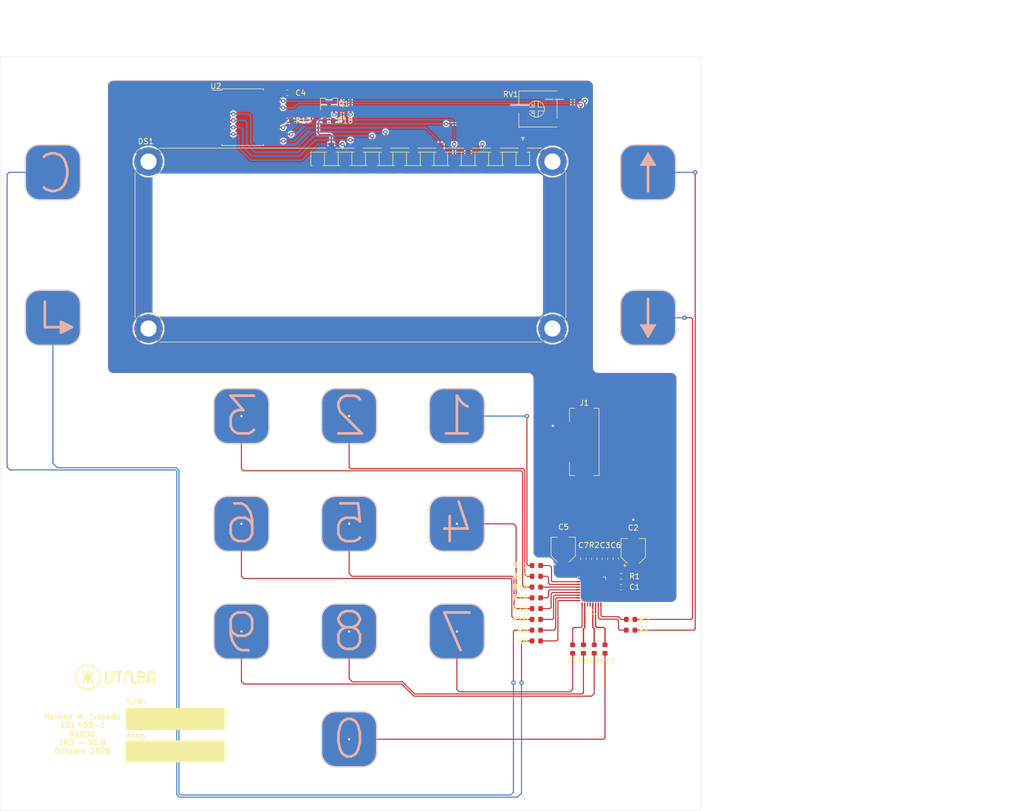
<source format=kicad_pcb>
(kicad_pcb (version 20171130) (host pcbnew 5.1.5-52549c5~86~ubuntu18.04.1)
  (title_block (title "HMI con STM32 - Panel Frontal") (date 2020-10-16) (rev v1.0) (company "Sistemas de Representacion UTN-FRBA") (comment 1 "DOCENTES: Fernando Aló / Francisco Dominguez / Lucas Liaño") (comment 2 "CURSO: R1031") (comment 3 "ALUMNO: Hernan Matias Travado"))
  (layers (0 F.Cu signal) (31 B.Cu signal) (34 B.Paste user) (35 F.Paste user) (36 B.SilkS user) (37 F.SilkS user) (38 B.Mask user) (39 F.Mask user) (44 Edge.Cuts user))
  (net 0 "")
  (net 1 GND)
  (net 2 "Net-(C1-Pad1)")
  (net 3 +5V)
  (net 4 "Net-(C5-Pad1)")
  (net 5 /LCD_DB7)
  (net 6 /LCD_DB5)
  (net 7 /LCD_E)
  (net 8 /LCD_RS)
  (net 9 /LCD_DB6)
  (net 10 /LCD_DB4)
  (net 11 /LCD_RW)
  (net 12 /LCD_VO)
  (net 13 /LCD_LEDA)
  (net 14 /I2C_SCL)
  (net 15 /I2C_SDA)
  (net 16 "Net-(R2-Pad1)")
  (net 17 /TECLA_0)
  (net 18 /TECLA_1)
  (net 19 /TECLA_2)
  (net 20 /TECLA_3)
  (net 21 /TECLA_4)
  (net 22 /TECLA_5)
  (net 23 /TECLA_6)
  (net 24 /TECLA_7)
  (net 25 /TECLA_8)
  (net 26 /TECLA_9)
  (net 27 /TECLA_UP)
  (net 28 /TECLA_DOWN)
  (net 29 /TECLA_ENTER)
  (net 30 /TECLA_CANCEL)
  (net 31 "Net-(U1-Pad28)")
  (net 32 "Net-(U1-Pad27)")
  (net 33 "Net-(U1-Pad15)")
  (net 34 "Net-(U1-Pad14)")
  (net 35 "Net-(U1-Pad7)")
  (net 36 "Net-(U1-Pad6)")
  (net 37 "Net-(U1-Pad5)")
  (net 38 "Net-(U1-Pad3)")
  (net 39 "Net-(U2-Pad13)")
  (net 40 "Net-(DS1-Pad10)")
  (net 41 "Net-(DS1-Pad9)")
  (net 42 "Net-(Q1-Pad3)")
  (net 43 "Net-(Q1-Pad1)")
  (net 44 /SENSOR_0)
  (net 45 /SENSOR_1)
  (net 46 /SENSOR_2)
  (net 47 /SENSOR_3)
  (net 48 /SENSOR_4)
  (net 49 /SENSOR_5)
  (net 50 /SENSOR_6)
  (net 51 /SENSOR_7)
  (net 52 /SENSOR_8)
  (net 53 /SENSOR_9)
  (net 54 /SENSOR_UP)
  (net 55 /SENSOR_DOWN)
  (net 56 /SENSOR_ENTER)
  (net 57 /SENSOR_CANCEL)
  (net 58 /LCD_BL)
  (net 59 "Net-(DS1-Pad8)")
  (net 60 "Net-(DS1-Pad7)")
  (module Package_DFN_QFN:QFN-32-1EP_5x5mm_P0.5mm_EP3.65x3.65mm (layer F.Cu) (at 209 158.5 180)
    (fp_text reference U1 (at 0 -3.8) (layer F.SilkS))
    (fp_text value IQS316)
    (pad 32 smd roundrect (at -1.75 -2.475 180) (size 0.25 0.75) (layers F.Cu F.Paste F.Mask) (net 28 /TECLA_DOWN))
    (pad 31 smd roundrect (at -1.25 -2.475 180) (size 0.25 0.75) (layers F.Cu F.Paste F.Mask) (net 27 /TECLA_UP))
    (pad 30 smd roundrect (at -0.75 -2.475 180) (size 0.25 0.75) (layers F.Cu F.Paste F.Mask) (net 17 /TECLA_0))
    (pad 29 smd roundrect (at -0.25 -2.475 180) (size 0.25 0.75) (layers F.Cu F.Paste F.Mask) (net 26 /TECLA_9))
    (pad 28 smd roundrect (at 0.25 -2.475 180) (size 0.25 0.75) (layers F.Cu F.Paste F.Mask) (net 31 "Net-(U1-Pad28)"))
    (pad 27 smd roundrect (at 0.75 -2.475 180) (size 0.25 0.75) (layers F.Cu F.Paste F.Mask) (net 32 "Net-(U1-Pad27)"))
    (pad 26 smd roundrect (at 1.25 -2.475 180) (size 0.25 0.75) (layers F.Cu F.Paste F.Mask) (net 25 /TECLA_8))
    (pad 25 smd roundrect (at 1.75 -2.475 180) (size 0.25 0.75) (layers F.Cu F.Paste F.Mask) (net 24 /TECLA_7))
    (pad 24 smd roundrect (at 2.475 -1.75 180) (size 0.75 0.25) (layers F.Cu F.Paste F.Mask) (net 30 /TECLA_CANCEL))
    (pad 23 smd roundrect (at 2.475 -1.25 180) (size 0.75 0.25) (layers F.Cu F.Paste F.Mask) (net 29 /TECLA_ENTER))
    (pad 22 smd roundrect (at 2.475 -0.75 180) (size 0.75 0.25) (layers F.Cu F.Paste F.Mask) (net 23 /TECLA_6))
    (pad 21 smd roundrect (at 2.475 -0.25 180) (size 0.75 0.25) (layers F.Cu F.Paste F.Mask) (net 22 /TECLA_5))
    (pad 20 smd roundrect (at 2.475 0.25 180) (size 0.75 0.25) (layers F.Cu F.Paste F.Mask) (net 21 /TECLA_4))
    (pad 19 smd roundrect (at 2.475 0.75 180) (size 0.75 0.25) (layers F.Cu F.Paste F.Mask) (net 20 /TECLA_3))
    (pad 18 smd roundrect (at 2.475 1.25 180) (size 0.75 0.25) (layers F.Cu F.Paste F.Mask) (net 19 /TECLA_2))
    (pad 17 smd roundrect (at 2.475 1.75 180) (size 0.75 0.25) (layers F.Cu F.Paste F.Mask) (net 18 /TECLA_1))
    (pad 16 smd roundrect (at 1.75 2.475 180) (size 0.25 0.75) (layers F.Cu F.Paste F.Mask) (net 4 "Net-(C5-Pad1)"))
    (pad 15 smd roundrect (at 1.25 2.475 180) (size 0.25 0.75) (layers F.Cu F.Paste F.Mask) (net 33 "Net-(U1-Pad15)"))
    (pad 14 smd roundrect (at 0.75 2.475 180) (size 0.25 0.75) (layers F.Cu F.Paste F.Mask) (net 34 "Net-(U1-Pad14)"))
    (pad 13 smd roundrect (at 0.25 2.475 180) (size 0.25 0.75) (layers F.Cu F.Paste F.Mask) (net 1 GND))
    (pad 12 smd roundrect (at -0.25 2.475 180) (size 0.25 0.75) (layers F.Cu F.Paste F.Mask) (net 16 "Net-(R2-Pad1)"))
    (pad 11 smd roundrect (at -0.75 2.475 180) (size 0.25 0.75) (layers F.Cu F.Paste F.Mask) (net 1 GND))
    (pad 10 smd roundrect (at -1.25 2.475 180) (size 0.25 0.75) (layers F.Cu F.Paste F.Mask) (net 1 GND))
    (pad 9 smd roundrect (at -1.75 2.475 180) (size 0.25 0.75) (layers F.Cu F.Paste F.Mask) (net 3 +5V))
    (pad 8 smd roundrect (at -2.475 1.75 180) (size 0.75 0.25) (layers F.Cu F.Paste F.Mask) (net 2 "Net-(C1-Pad1)"))
    (pad 7 smd roundrect (at -2.475 1.25 180) (size 0.75 0.25) (layers F.Cu F.Paste F.Mask) (net 35 "Net-(U1-Pad7)"))
    (pad 6 smd roundrect (at -2.475 0.75 180) (size 0.75 0.25) (layers F.Cu F.Paste F.Mask) (net 36 "Net-(U1-Pad6)"))
    (pad 5 smd roundrect (at -2.475 0.25 180) (size 0.75 0.25) (layers F.Cu F.Paste F.Mask) (net 37 "Net-(U1-Pad5)"))
    (pad 4 smd roundrect (at -2.475 -0.25 180) (size 0.75 0.25) (layers F.Cu F.Paste F.Mask) (net 14 /I2C_SCL))
    (pad 3 smd roundrect (at -2.475 -0.75 180) (size 0.75 0.25) (layers F.Cu F.Paste F.Mask) (net 38 "Net-(U1-Pad3)"))
    (pad 2 smd roundrect (at -2.475 -1.25 180) (size 0.75 0.25) (layers F.Cu F.Paste F.Mask) (net 15 /I2C_SDA))
    (pad 1 smd roundrect (at -2.475 -1.75 180) (size 0.75 0.25) (layers F.Cu F.Paste F.Mask) (net 1 GND))
    (pad 33 smd roundrect (at 0 0 180) (size 3.65 3.65) (layers F.Cu F.Mask) (roundrect_rratio 0.068493) (net 1 GND))
  )
  (module Resistor_SMD:R_0603_1608Metric (layer F.Cu) (at 198.75 161.75)
    (fp_text reference R15 (at -3 0) (layer F.SilkS))
    (fp_text value "470R 5%")
    (pad 2 smd roundrect (at 0.7875 0) (size 0.875 0.95) (layers F.Cu F.Paste F.Mask) (net 22 /TECLA_5))
    (pad 1 smd roundrect (at -0.7875 0) (size 0.875 0.95) (layers F.Cu F.Paste F.Mask) (net 49 /SENSOR_5))
  )
  (module MountingHole:MountingHole_3.2mm_M3 (layer F.Cu) (at 225.25 63.25)
    (fp_text reference H8 hide)
    (fp_text value MountingHole)
    (pad 1 np_thru_hole circle (at 0 0) (size 3.2 3.2) (drill 3.2) (layers *.Cu *.Mask))
  )
  (module MountingHole:MountingHole_3.2mm_M3 (layer F.Cu) (at 225.25 195.25 90)
    (fp_text reference H7 hide)
    (fp_text value MountingHole)
    (pad 1 np_thru_hole circle (at 0 0 90) (size 3.2 3.2) (drill 3.2) (layers *.Cu *.Mask))
  )
  (module MountingHole:MountingHole_3.2mm_M3 (layer F.Cu) (at 103.25 63.25)
    (fp_text reference H6 hide)
    (fp_text value MountingHole)
    (pad 1 np_thru_hole circle (at 0 0) (size 3.2 3.2) (drill 3.2) (layers *.Cu *.Mask))
  )
  (module MountingHole:MountingHole_3.2mm_M3 (layer F.Cu) (at 103.25 195.25)
    (fp_text reference H5 hide)
    (fp_text value MountingHole)
    (pad 1 np_thru_hole circle (at 0 0) (size 3.2 3.2) (drill 3.2) (layers *.Cu *.Mask))
  )
  (module PanelFrontal:620304124022 (layer F.Cu) (at 205.4 133.8 90)
    (fp_text reference J1 (at 10.25 2.25 180) (layer F.SilkS))
    (fp_text value 620304124022)
    (pad 3 smd rect (at 4 0 90) (size 1 5.5) (layers F.Cu F.Paste F.Mask) (net 15 /I2C_SDA))
    (pad 1 smd rect (at 0 0 90) (size 1 5.5) (layers F.Cu F.Paste F.Mask) (net 3 +5V))
    (pad s smd rect (at 8.4 2.25 90) (size 1.6 3) (layers F.Cu F.Paste F.Mask) (net 1 GND))
    (pad s smd rect (at -2.4 2.25 90) (size 1.6 3) (layers F.Cu F.Paste F.Mask) (net 1 GND))
    (pad 4 smd rect (at 6 0 90) (size 1 5.5) (layers F.Cu F.Paste F.Mask) (net 1 GND))
    (pad 2 smd rect (at 2 0 90) (size 1 5.5) (layers F.Cu F.Paste F.Mask) (net 14 /I2C_SCL))
  )
  (module Capacitor_SMD:C_0603_1608Metric (layer F.Cu) (at 207.5 152.5 90)
    (fp_text reference C7 (at 2.5 0 180) (layer F.SilkS))
    (fp_text value "100pF 50V")
    (pad 2 smd roundrect (at 0.7875 0 90) (size 0.875 0.95) (layers F.Cu F.Paste F.Mask) (net 1 GND))
    (pad 1 smd roundrect (at -0.7875 0 90) (size 0.875 0.95) (layers F.Cu F.Paste F.Mask) (net 4 "Net-(C5-Pad1)"))
  )
  (module Capacitor_SMD:C_0603_1608Metric (layer F.Cu) (at 213.5 152.5 90)
    (fp_text reference C6 (at 2.5 0 180) (layer F.SilkS))
    (fp_text value "100pF 50V")
    (pad 2 smd roundrect (at 0.7875 0 90) (size 0.875 0.95) (layers F.Cu F.Paste F.Mask) (net 1 GND))
    (pad 1 smd roundrect (at -0.7875 0 90) (size 0.875 0.95) (layers F.Cu F.Paste F.Mask) (net 3 +5V))
  )
  (module LogoUTN:UTN.BA-Letras (layer F.Cu) (at 115.5 174.5)
    (fp_text reference LogoUTN.BA-Letras hide)
    (fp_text value UTN.BA-Letras)
  )
  (module PanelFrontal:NHD-0216 (layer F.Cu) (at 196.25 78.25)
    (fp_text reference DS1 (at -70 -3.25) (layer F.SilkS))
    (fp_text value NHD-0216)
    (pad 16 smd rect (at -38.1 1.25) (size 1 2.5) (layers F.Cu F.Paste F.Mask) (net 1 GND))
    (pad 14 smd rect (at -33.02 1.25) (size 1 2.5) (layers F.Cu F.Paste F.Mask) (net 5 /LCD_DB7))
    (pad 12 smd rect (at -27.94 1.25) (size 1 2.5) (layers F.Cu F.Paste F.Mask) (net 6 /LCD_DB5))
    (pad 10 smd rect (at -22.86 1.25) (size 1 2.5) (layers F.Cu F.Paste F.Mask) (net 40 "Net-(DS1-Pad10)"))
    (pad 8 smd rect (at -17.78 1.25) (size 1 2.5) (layers F.Cu F.Paste F.Mask) (net 59 "Net-(DS1-Pad8)"))
    (pad 6 smd rect (at -12.7 1.25) (size 1 2.5) (layers F.Cu F.Paste F.Mask) (net 7 /LCD_E))
    (pad 4 smd rect (at -7.62 1.25) (size 1 2.5) (layers F.Cu F.Paste F.Mask) (net 8 /LCD_RS))
    (pad 15 smd rect (at -35.56 -1.5) (size 1 3) (layers F.Cu F.Paste F.Mask) (net 13 /LCD_LEDA))
    (pad 13 smd rect (at -30.48 -1.5) (size 1 3) (layers F.Cu F.Paste F.Mask) (net 9 /LCD_DB6))
    (pad 11 smd rect (at -25.4 -1.5) (size 1 3) (layers F.Cu F.Paste F.Mask) (net 10 /LCD_DB4))
    (pad 9 smd rect (at -20.32 -1.5) (size 1 3) (layers F.Cu F.Paste F.Mask) (net 41 "Net-(DS1-Pad9)"))
    (pad 7 smd rect (at -15.24 -1.5) (size 1 3) (layers F.Cu F.Paste F.Mask) (net 60 "Net-(DS1-Pad7)"))
    (pad 5 smd rect (at -10.16 -1.5) (size 1 3) (layers F.Cu F.Paste F.Mask) (net 11 /LCD_RW))
    (pad 3 smd rect (at -5.08 -1.5) (size 1 3) (layers F.Cu F.Paste F.Mask) (net 12 /LCD_VO))
    (pad 2 smd rect (at -2.54 1.25) (size 1 2.5) (layers F.Cu F.Paste F.Mask) (net 3 +5V))
    (pad 1 smd rect (at 0 -1.5) (size 1 3) (layers F.Cu F.Paste F.Mask) (net 1 GND))
  )
  (module PanelFrontal:3361P-1-XXXGLF (layer F.Cu) (at 198.75 69 90)
    (fp_text reference RV1 (at 2.75 -4.75 180) (layer F.SilkS))
    (fp_text value "10K 10%")
    (pad 1 smd rect (at -2.54 3.4 270) (size 1.2 3.3) (layers F.Cu F.Paste F.Mask) (net 3 +5V))
    (pad 3 smd rect (at 2.54 3.35 270) (size 1.2 3.3) (layers F.Cu F.Paste F.Mask) (net 1 GND))
    (pad 2 smd rect (at 0 -3.05 270) (size 1.2 3.3) (layers F.Cu F.Paste F.Mask) (net 12 /LCD_VO))
  )
  (module Package_SO:SOIC-16W_7.5x10.3mm_P1.27mm (layer F.Cu) (at 144.25 70.5)
    (fp_text reference U2 (at -5 -5.75) (layer F.SilkS))
    (fp_text value PCF8574A)
    (pad 16 smd roundrect (at 4.65 -4.445) (size 2.05 0.6) (layers F.Cu F.Paste F.Mask) (net 3 +5V))
    (pad 15 smd roundrect (at 4.65 -3.175) (size 2.05 0.6) (layers F.Cu F.Paste F.Mask) (net 15 /I2C_SDA))
    (pad 14 smd roundrect (at 4.65 -1.905) (size 2.05 0.6) (layers F.Cu F.Paste F.Mask) (net 14 /I2C_SCL))
    (pad 13 smd roundrect (at 4.65 -0.635) (size 2.05 0.6) (layers F.Cu F.Paste F.Mask) (net 39 "Net-(U2-Pad13)"))
    (pad 12 smd roundrect (at 4.65 0.635) (size 2.05 0.6) (layers F.Cu F.Paste F.Mask) (net 58 /LCD_BL))
    (pad 11 smd roundrect (at 4.65 1.905) (size 2.05 0.6) (layers F.Cu F.Paste F.Mask) (net 7 /LCD_E))
    (pad 10 smd roundrect (at 4.65 3.175) (size 2.05 0.6) (layers F.Cu F.Paste F.Mask) (net 11 /LCD_RW))
    (pad 9 smd roundrect (at 4.65 4.445) (size 2.05 0.6) (layers F.Cu F.Paste F.Mask) (net 8 /LCD_RS))
    (pad 8 smd roundrect (at -4.65 4.445) (size 2.05 0.6) (layers F.Cu F.Paste F.Mask) (net 1 GND))
    (pad 7 smd roundrect (at -4.65 3.175) (size 2.05 0.6) (layers F.Cu F.Paste F.Mask) (net 5 /LCD_DB7))
    (pad 6 smd roundrect (at -4.65 1.905) (size 2.05 0.6) (layers F.Cu F.Paste F.Mask) (net 9 /LCD_DB6))
    (pad 5 smd roundrect (at -4.65 0.635) (size 2.05 0.6) (layers F.Cu F.Paste F.Mask) (net 6 /LCD_DB5))
    (pad 4 smd roundrect (at -4.65 -0.635) (size 2.05 0.6) (layers F.Cu F.Paste F.Mask) (net 10 /LCD_DB4))
    (pad 3 smd roundrect (at -4.65 -1.905) (size 2.05 0.6) (layers F.Cu F.Paste F.Mask) (net 1 GND))
    (pad 2 smd roundrect (at -4.65 -3.175) (size 2.05 0.6) (layers F.Cu F.Paste F.Mask) (net 1 GND))
    (pad 1 smd roundrect (at -4.65 -4.445) (size 2.05 0.6) (layers F.Cu F.Paste F.Mask) (net 1 GND))
  )
  (module PanelFrontal:TouchSensor (layer B.Cu) (at 219.5 107.75)
    (fp_text reference S14 hide)
    (fp_text value PAD)
    (pad 1 smd roundrect (at 0 0) (size 10 10) (layers B.Cu) (net 55 /SENSOR_DOWN))
  )
  (module PanelFrontal:TouchSensor (layer B.Cu) (at 219.5 80.75)
    (fp_text reference S13 hide)
    (fp_text value PAD)
    (pad 1 smd roundrect (at 0 0) (size 10 10) (layers B.Cu) (net 54 /SENSOR_UP))
  )
  (module PanelFrontal:TouchSensor (layer B.Cu) (at 109 107.75)
    (fp_text reference S12 hide)
    (fp_text value PAD)
    (pad 1 smd roundrect (at 0 0) (size 10 10) (layers B.Cu) (net 56 /SENSOR_ENTER))
  )
  (module PanelFrontal:TouchSensor (layer B.Cu) (at 109 80.75)
    (fp_text reference S11 hide)
    (fp_text value PAD)
    (pad 1 smd roundrect (at 0 0) (size 10 10) (layers B.Cu) (net 57 /SENSOR_CANCEL))
  )
  (module PanelFrontal:TouchSensor (layer B.Cu) (at 164 186)
    (fp_text reference S10 hide)
    (fp_text value PAD)
    (pad 1 smd roundrect (at 0 0) (size 10 10) (layers B.Cu) (net 44 /SENSOR_0))
  )
  (module PanelFrontal:TouchSensor (layer B.Cu) (at 144 166)
    (fp_text reference S9 hide)
    (fp_text value PAD)
    (pad 1 smd roundrect (at 0 0) (size 10 10) (layers B.Cu) (net 53 /SENSOR_9))
  )
  (module PanelFrontal:TouchSensor (layer B.Cu) (at 164 166)
    (fp_text reference S8 hide)
    (fp_text value PAD)
    (pad 1 smd roundrect (at 0 0) (size 10 10) (layers B.Cu) (net 52 /SENSOR_8))
  )
  (module PanelFrontal:TouchSensor (layer B.Cu) (at 184 166)
    (fp_text reference S7 hide)
    (fp_text value PAD)
    (pad 1 smd roundrect (at 0 0) (size 10 10) (layers B.Cu) (net 51 /SENSOR_7))
  )
  (module PanelFrontal:TouchSensor (layer B.Cu) (at 144 146)
    (fp_text reference S6 hide)
    (fp_text value PAD)
    (pad 1 smd roundrect (at 0 0) (size 10 10) (layers B.Cu) (net 50 /SENSOR_6))
  )
  (module PanelFrontal:TouchSensor (layer B.Cu) (at 164 146)
    (fp_text reference S5 hide)
    (fp_text value PAD)
    (pad 1 smd roundrect (at 0 0) (size 10 10) (layers B.Cu) (net 49 /SENSOR_5))
  )
  (module PanelFrontal:TouchSensor (layer B.Cu) (at 184 146)
    (fp_text reference S4 hide)
    (fp_text value PAD)
    (pad 1 smd roundrect (at 0 0) (size 10 10) (layers B.Cu) (net 48 /SENSOR_4))
  )
  (module PanelFrontal:TouchSensor (layer B.Cu) (at 144 126)
    (fp_text reference S3 hide)
    (fp_text value PAD)
    (pad 1 smd roundrect (at 0 0) (size 10 10) (layers B.Cu) (net 47 /SENSOR_3))
  )
  (module PanelFrontal:TouchSensor (layer B.Cu) (at 164 126)
    (fp_text reference S2 hide)
    (fp_text value PAD)
    (pad 1 smd roundrect (at 0 0) (size 10 10) (layers B.Cu) (net 46 /SENSOR_2))
  )
  (module PanelFrontal:TouchSensor (layer B.Cu) (at 184 126)
    (fp_text reference S1 hide)
    (fp_text value PAD)
    (pad 1 smd roundrect (at 0 0) (size 10 10) (layers B.Cu) (net 45 /SENSOR_1))
  )
  (module Resistor_SMD:R_0603_1608Metric (layer F.Cu) (at 160.25 71.15)
    (fp_text reference R18 (at 3 0) (layer F.SilkS))
    (fp_text value "10R 5%")
    (pad 2 smd roundrect (at 0.7875 0) (size 0.875 0.95) (layers F.Cu F.Paste F.Mask) (net 42 "Net-(Q1-Pad3)"))
    (pad 1 smd roundrect (at -0.7875 0) (size 0.875 0.95) (layers F.Cu F.Paste F.Mask) (net 13 /LCD_LEDA))
  )
  (module Resistor_SMD:R_0603_1608Metric (layer F.Cu) (at 152.5 71.15)
    (fp_text reference R17 (at 3 0) (layer F.SilkS))
    (fp_text value "680R 5%")
    (pad 2 smd roundrect (at 0.7875 0) (size 0.875 0.95) (layers F.Cu F.Paste F.Mask) (net 43 "Net-(Q1-Pad1)"))
    (pad 1 smd roundrect (at -0.7875 0) (size 0.875 0.95) (layers F.Cu F.Paste F.Mask) (net 58 /LCD_BL))
  )
  (module Resistor_SMD:R_0603_1608Metric (layer F.Cu) (at 198.75 163.75)
    (fp_text reference R16 (at -3 0) (layer F.SilkS))
    (fp_text value "470R 5%")
    (pad 2 smd roundrect (at 0.7875 0) (size 0.875 0.95) (layers F.Cu F.Paste F.Mask) (net 23 /TECLA_6))
    (pad 1 smd roundrect (at -0.7875 0) (size 0.875 0.95) (layers F.Cu F.Paste F.Mask) (net 50 /SENSOR_6))
  )
  (module Resistor_SMD:R_0603_1608Metric (layer F.Cu) (at 198.75 159.75)
    (fp_text reference R14 (at -3 0) (layer F.SilkS))
    (fp_text value "470R 5%")
    (pad 2 smd roundrect (at 0.7875 0) (size 0.875 0.95) (layers F.Cu F.Paste F.Mask) (net 21 /TECLA_4))
    (pad 1 smd roundrect (at -0.7875 0) (size 0.875 0.95) (layers F.Cu F.Paste F.Mask) (net 48 /SENSOR_4))
  )
  (module Resistor_SMD:R_0603_1608Metric (layer F.Cu) (at 198.75 157.75)
    (fp_text reference R13 (at -3 0) (layer F.SilkS))
    (fp_text value "470R 5%")
    (pad 2 smd roundrect (at 0.7875 0) (size 0.875 0.95) (layers F.Cu F.Paste F.Mask) (net 20 /TECLA_3))
    (pad 1 smd roundrect (at -0.7875 0) (size 0.875 0.95) (layers F.Cu F.Paste F.Mask) (net 47 /SENSOR_3))
  )
  (module Resistor_SMD:R_0603_1608Metric (layer F.Cu) (at 198.75 155.75)
    (fp_text reference R12 (at -3 0) (layer F.SilkS))
    (fp_text value "470R 5%")
    (pad 2 smd roundrect (at 0.7875 0) (size 0.875 0.95) (layers F.Cu F.Paste F.Mask) (net 19 /TECLA_2))
    (pad 1 smd roundrect (at -0.7875 0) (size 0.875 0.95) (layers F.Cu F.Paste F.Mask) (net 46 /SENSOR_2))
  )
  (module Resistor_SMD:R_0603_1608Metric (layer F.Cu) (at 198.75 153.75)
    (fp_text reference R11 (at -3 0 180) (layer F.SilkS))
    (fp_text value "470R 5%")
    (pad 2 smd roundrect (at 0.7875 0) (size 0.875 0.95) (layers F.Cu F.Paste F.Mask) (net 18 /TECLA_1))
    (pad 1 smd roundrect (at -0.7875 0) (size 0.875 0.95) (layers F.Cu F.Paste F.Mask) (net 45 /SENSOR_1))
  )
  (module Resistor_SMD:R_0603_1608Metric (layer F.Cu) (at 211.5 169.25 90)
    (fp_text reference R10 (at -2.25 0.5 180) (layer F.SilkS))
    (fp_text value "470R 5%")
    (pad 2 smd roundrect (at 0.7875 0 90) (size 0.875 0.95) (layers F.Cu F.Paste F.Mask) (net 17 /TECLA_0))
    (pad 1 smd roundrect (at -0.7875 0 90) (size 0.875 0.95) (layers F.Cu F.Paste F.Mask) (net 44 /SENSOR_0))
  )
  (module Resistor_SMD:R_0603_1608Metric (layer F.Cu) (at 209.5 169.25 90)
    (fp_text reference R9 (at -2.25 0 180) (layer F.SilkS))
    (fp_text value "470R 5%")
    (pad 2 smd roundrect (at 0.7875 0 90) (size 0.875 0.95) (layers F.Cu F.Paste F.Mask) (net 26 /TECLA_9))
    (pad 1 smd roundrect (at -0.7875 0 90) (size 0.875 0.95) (layers F.Cu F.Paste F.Mask) (net 53 /SENSOR_9))
  )
  (module Resistor_SMD:R_0603_1608Metric (layer F.Cu) (at 207.5 169.25 90)
    (fp_text reference R8 (at -2.25 0 180) (layer F.SilkS))
    (fp_text value "470R 5%")
    (pad 2 smd roundrect (at 0.7875 0 90) (size 0.875 0.95) (layers F.Cu F.Paste F.Mask) (net 25 /TECLA_8))
    (pad 1 smd roundrect (at -0.7875 0 90) (size 0.875 0.95) (layers F.Cu F.Paste F.Mask) (net 52 /SENSOR_8))
  )
  (module Resistor_SMD:R_0603_1608Metric (layer F.Cu) (at 205.5 169.25 90)
    (fp_text reference R7 (at -2.25 0 180) (layer F.SilkS))
    (fp_text value "470R 5%")
    (pad 2 smd roundrect (at 0.7875 0 90) (size 0.875 0.95) (layers F.Cu F.Paste F.Mask) (net 24 /TECLA_7))
    (pad 1 smd roundrect (at -0.7875 0 90) (size 0.875 0.95) (layers F.Cu F.Paste F.Mask) (net 51 /SENSOR_7))
  )
  (module Resistor_SMD:R_0603_1608Metric (layer F.Cu) (at 198.75 167.75)
    (fp_text reference R6 (at -2.5 0 180) (layer F.SilkS))
    (fp_text value "470R 5%")
    (pad 2 smd roundrect (at 0.7875 0) (size 0.875 0.95) (layers F.Cu F.Paste F.Mask) (net 30 /TECLA_CANCEL))
    (pad 1 smd roundrect (at -0.7875 0) (size 0.875 0.95) (layers F.Cu F.Paste F.Mask) (net 57 /SENSOR_CANCEL))
  )
  (module Resistor_SMD:R_0603_1608Metric (layer F.Cu) (at 198.75 165.75)
    (fp_text reference R5 (at -2.5 0) (layer F.SilkS))
    (fp_text value "470R 5%")
    (pad 2 smd roundrect (at 0.7875 0) (size 0.875 0.95) (layers F.Cu F.Paste F.Mask) (net 29 /TECLA_ENTER))
    (pad 1 smd roundrect (at -0.7875 0) (size 0.875 0.95) (layers F.Cu F.Paste F.Mask) (net 56 /SENSOR_ENTER))
  )
  (module Resistor_SMD:R_0603_1608Metric (layer F.Cu) (at 216.25 165.75 180)
    (fp_text reference R4 (at -2.5 0) (layer F.SilkS))
    (fp_text value "470R 5%")
    (pad 2 smd roundrect (at 0.7875 0 180) (size 0.875 0.95) (layers F.Cu F.Paste F.Mask) (net 27 /TECLA_UP))
    (pad 1 smd roundrect (at -0.7875 0 180) (size 0.875 0.95) (layers F.Cu F.Paste F.Mask) (net 54 /SENSOR_UP))
  )
  (module Resistor_SMD:R_0603_1608Metric (layer F.Cu) (at 216.25 163.75 180)
    (fp_text reference R3 (at -2.5 0 180) (layer F.SilkS))
    (fp_text value "470R 5%")
    (pad 2 smd roundrect (at 0.7875 0 180) (size 0.875 0.95) (layers F.Cu F.Paste F.Mask) (net 28 /TECLA_DOWN))
    (pad 1 smd roundrect (at -0.7875 0 180) (size 0.875 0.95) (layers F.Cu F.Paste F.Mask) (net 55 /SENSOR_DOWN))
  )
  (module Resistor_SMD:R_0603_1608Metric (layer F.Cu) (at 209.5 152.5 90)
    (fp_text reference R2 (at 2.5375 0 180) (layer F.SilkS))
    (fp_text value "39K 5%")
    (pad 2 smd roundrect (at 0.7875 0 90) (size 0.875 0.95) (layers F.Cu F.Paste F.Mask) (net 1 GND))
    (pad 1 smd roundrect (at -0.7875 0 90) (size 0.875 0.95) (layers F.Cu F.Paste F.Mask) (net 16 "Net-(R2-Pad1)"))
  )
  (module Resistor_SMD:R_0603_1608Metric (layer F.Cu) (at 214.5 155.75 180)
    (fp_text reference R1 (at -2.5 0) (layer F.SilkS))
    (fp_text value "2K2 5%")
    (pad 2 smd roundrect (at 0.7875 0 180) (size 0.875 0.95) (layers F.Cu F.Paste F.Mask) (net 2 "Net-(C1-Pad1)"))
    (pad 1 smd roundrect (at -0.7875 0 180) (size 0.875 0.95) (layers F.Cu F.Paste F.Mask) (net 3 +5V))
  )
  (module PanelFrontal:9774070243R (layer F.Cu) (at 201.75 109.75)
    (fp_text reference H4 hide)
    (fp_text value MountingHole_Pad)
    (pad 1 thru_hole circle (at 0 0) (size 5.3 5.3) (drill 3) (layers *.Cu *.Mask) (net 1 GND))
  )
  (module PanelFrontal:9774070243R (layer F.Cu) (at 201.75 78.75)
    (fp_text reference H3 hide)
    (fp_text value MountingHole_Pad)
    (pad 1 thru_hole circle (at 0 0) (size 5.3 5.3) (drill 3) (layers *.Cu *.Mask) (net 1 GND))
  )
  (module PanelFrontal:9774070243R (layer F.Cu) (at 126.75 109.75)
    (fp_text reference H2 hide)
    (fp_text value MountingHole_Pad)
    (pad 1 thru_hole circle (at 0 0) (size 5.3 5.3) (drill 3) (layers *.Cu *.Mask) (net 1 GND))
  )
  (module PanelFrontal:9774070243R (layer F.Cu) (at 126.75 78.75)
    (fp_text reference H1 hide)
    (fp_text value MountingHole_Pad)
    (pad 1 thru_hole circle (at 0 0) (size 5.3 5.3) (drill 3) (layers *.Cu *.Mask) (net 1 GND))
  )
  (module Package_TO_SOT_SMD:SOT-23 (layer F.Cu) (at 160.25 67.75 90)
    (fp_text reference Q1 (at -0.25 2.75 180) (layer F.SilkS))
    (fp_text value BC857B)
    (pad 3 smd rect (at 1 0 90) (size 0.9 0.8) (layers F.Cu F.Paste F.Mask) (net 42 "Net-(Q1-Pad3)"))
    (pad 2 smd rect (at -1 0.95 90) (size 0.9 0.8) (layers F.Cu F.Paste F.Mask) (net 3 +5V))
    (pad 1 smd rect (at -1 -0.95 90) (size 0.9 0.8) (layers F.Cu F.Paste F.Mask) (net 43 "Net-(Q1-Pad1)"))
  )
  (module Capacitor_SMD:CP_Elec_4x5.4 (layer F.Cu) (at 203.75 150.75 90)
    (fp_text reference C5 (at 4.15 0.05) (layer F.SilkS))
    (fp_text value "1uF 16V")
    (pad 2 smd roundrect (at 1.8 0 90) (size 2.6 1.6) (layers F.Cu F.Paste F.Mask) (roundrect_rratio 0.15625) (net 1 GND))
    (pad 1 smd roundrect (at -1.8 0 90) (size 2.6 1.6) (layers F.Cu F.Paste F.Mask) (roundrect_rratio 0.15625) (net 4 "Net-(C5-Pad1)"))
  )
  (module Capacitor_SMD:C_0603_1608Metric (layer F.Cu) (at 152.5 66)
    (fp_text reference C4 (at 2.5 0) (layer F.SilkS))
    (fp_text value "0.1uF 16V")
    (pad 2 smd roundrect (at 0.7875 0) (size 0.875 0.95) (layers F.Cu F.Paste F.Mask) (net 1 GND))
    (pad 1 smd roundrect (at -0.7875 0) (size 0.875 0.95) (layers F.Cu F.Paste F.Mask) (net 3 +5V))
  )
  (module Capacitor_SMD:C_0603_1608Metric (layer F.Cu) (at 211.5 152.5 90)
    (fp_text reference C3 (at 2.5 0 180) (layer F.SilkS))
    (fp_text value "0.1uF 16V")
    (pad 2 smd roundrect (at 0.7875 0 90) (size 0.875 0.95) (layers F.Cu F.Paste F.Mask) (net 1 GND))
    (pad 1 smd roundrect (at -0.7875 0 90) (size 0.875 0.95) (layers F.Cu F.Paste F.Mask) (net 3 +5V))
  )
  (module Capacitor_SMD:CP_Elec_4x5.4 (layer F.Cu) (at 216.75 151 90)
    (fp_text reference C2 (at 4.25 0 180) (layer F.SilkS))
    (fp_text value "1uF 16V")
    (pad 2 smd roundrect (at 1.8 0 90) (size 2.6 1.6) (layers F.Cu F.Paste F.Mask) (roundrect_rratio 0.15625) (net 1 GND))
    (pad 1 smd roundrect (at -1.8 0 90) (size 2.6 1.6) (layers F.Cu F.Paste F.Mask) (roundrect_rratio 0.15625) (net 3 +5V))
  )
  (module Capacitor_SMD:C_0603_1608Metric (layer F.Cu) (at 214.5 157.75)
    (fp_text reference C1 (at 2.5 0 180) (layer F.SilkS))
    (fp_text value "0.1uF 16V")
    (pad 2 smd roundrect (at 0.7875 0) (size 0.875 0.95) (layers F.Cu F.Paste F.Mask) (net 1 GND))
    (pad 1 smd roundrect (at -0.7875 0) (size 0.875 0.95) (layers F.Cu F.Paste F.Mask) (net 2 "Net-(C1-Pad1)"))
  )
  (gr_text 0 (at 164 186) (layer B.SilkS) (effects (font (size 7 7) (thickness 0.5)) (justify mirror)))
  (gr_line (start 219.5 104.25) (end 219.5 111) (layer B.SilkS) (width 0.5))
  (gr_poly (pts (xy 218 109) (xy 221 109) (xy 219.5 111.5)) (layer B.SilkS) (width 0.1))
  (gr_poly (pts (xy 141 184.25) (xy 122.5 184.25) (xy 122.5 180.25) (xy 141 180.25)) (layer F.SilkS) (width 0.1))
  (gr_text Assy: (at 122.5 185.25) (layer F.SilkS) (effects (font (size 1 1) (thickness 0.2)) (justify left)))
  (gr_poly (pts (xy 141 190.25) (xy 122.5 190.25) (xy 122.5 186.25) (xy 141 186.25)) (layer F.SilkS) (width 0.1))
  (gr_text S/N: (at 122.5 179) (layer F.SilkS) (effects (font (size 1 1) (thickness 0.2)) (justify left)))
  (gr_text "Hernan M. Travado\n131.453-1\nR1031\nTP3 - V1.0\nOctubre 2020" (at 114.5 185) (layer F.SilkS) (effects (font (size 1 1) (thickness 0.2))))
  (gr_poly (pts (xy 221 79.5) (xy 218 79.5) (xy 219.5 77)) (layer B.SilkS) (width 0.1))
  (gr_line (start 219.5 84.25) (end 219.5 77.5) (layer B.SilkS) (width 0.5))
  (gr_poly (pts (xy 110.5 108.5) (xy 112.5 109.5) (xy 110.5 110.5)) (layer B.SilkS) (width 0.1))
  (gr_line (start 110.5 110.5) (end 110.5 108.5) (layer B.SilkS) (width 0.5))
  (gr_line (start 112.5 109.5) (end 110.5 108.5) (layer B.SilkS) (width 0.5))
  (gr_line (start 112.5 109.5) (end 110.5 110.5) (layer B.SilkS) (width 0.5))
  (gr_line (start 107.5 109.5) (end 112.5 109.5) (layer B.SilkS) (width 0.5))
  (gr_line (start 107.5 104.75) (end 107.5 109.5) (layer B.SilkS) (width 0.5))
  (gr_text C (at 109.5 81) (layer B.SilkS) (effects (font (size 7 7) (thickness 0.5)) (justify mirror)))
  (gr_text 9 (at 144 166.25) (layer B.SilkS) (effects (font (size 7 7) (thickness 0.5)) (justify mirror)))
  (gr_text 8 (at 164 166) (layer B.SilkS) (effects (font (size 7 7) (thickness 0.5)) (justify mirror)))
  (gr_text 7 (at 184 166.25) (layer B.SilkS) (effects (font (size 7 7) (thickness 0.5)) (justify mirror)))
  (gr_text 6 (at 144 146) (layer B.SilkS) (effects (font (size 7 7) (thickness 0.5)) (justify mirror)))
  (gr_text 5 (at 164 146) (layer B.SilkS) (effects (font (size 7 7) (thickness 0.5)) (justify mirror)))
  (gr_text 4 (at 184 146) (layer B.SilkS) (effects (font (size 7 7) (thickness 0.5)) (justify mirror)))
  (gr_text 3 (at 144 126) (layer B.SilkS) (effects (font (size 7 7) (thickness 0.5)) (justify mirror)))
  (gr_text 2 (at 164 126) (layer B.SilkS) (effects (font (size 7 7) (thickness 0.5)) (justify mirror)))
  (gr_text 1 (at 184 126) (layer B.SilkS) (effects (font (size 7 7) (thickness 0.5)) (justify mirror)))
  (gr_line (start 127.75 106.75) (end 127.75 81.75) (layer Edge.Cuts) (width 0.05))
  (gr_line (start 199.25 107.25) (end 128.25 107.25) (layer Edge.Cuts) (width 0.05))
  (gr_line (start 199.75 81.75) (end 199.75 106.75) (layer Edge.Cuts) (width 0.05))
  (gr_line (start 128.25 81.25) (end 199.25 81.25) (layer Edge.Cuts) (width 0.05))
  (gr_arc (start 128.25 106.75) (end 127.75 106.75) (angle -90) (layer Edge.Cuts) (width 0.05))
  (gr_arc (start 199.25 106.75) (end 199.25 107.25) (angle -90) (layer Edge.Cuts) (width 0.05))
  (gr_arc (start 199.25 81.75) (end 199.75 81.75) (angle -90) (layer Edge.Cuts) (width 0.05))
  (gr_arc (start 128.25 81.75) (end 128.25 81.25) (angle -90) (layer Edge.Cuts) (width 0.05))
  (gr_line (start 99.25 199.25) (end 99.25 59.25) (layer Edge.Cuts) (width 0.05))
  (gr_line (start 229.25 199.25) (end 99.25 199.25) (layer Edge.Cuts) (width 0.05))
  (gr_line (start 229.25 59.25) (end 229.25 199.25) (layer Edge.Cuts) (width 0.05))
  (gr_line (start 99.25 59.25) (end 229.25 59.25) (layer Edge.Cuts) (width 0.05))
  (segment (start 208.75 158.25) (end 209 158.5) (width 0.25) (layer F.Cu) (net 1))
  (segment (start 208.75 156.0625) (end 208.75 158.25) (width 0.2) (layer F.Cu) (net 1))
  (segment (start 209.75 157.75) (end 209 158.5) (width 0.25) (layer F.Cu) (net 1))
  (segment (start 209.75 156.0625) (end 209.75 157.75) (width 0.2) (layer F.Cu) (net 1))
  (segment (start 210.25 157.25) (end 209 158.5) (width 0.25) (layer F.Cu) (net 1))
  (segment (start 210.25 156.0625) (end 210.25 157.25) (width 0.2) (layer F.Cu) (net 1))
  (via (at 216.75 145.25) (size 0.8) (drill 0.4) (layers F.Cu B.Cu) (net 1))
  (via (at 201.8 127.8) (size 0.8) (drill 0.4) (layers F.Cu B.Cu) (net 1))
  (segment (start 210.75 160.25) (end 209 158.5) (width 0.2) (layer F.Cu) (net 1))
  (segment (start 211.475 160.25) (end 210.75 160.25) (width 0.2) (layer F.Cu) (net 1))
  (segment (start 211.4375 156.75) (end 212.5 156.75) (width 0.25) (layer F.Cu) (net 2))
  (segment (start 212.5 156.75) (end 212.5 156) (width 0.25) (layer F.Cu) (net 2))
  (segment (start 212.75 155.75) (end 213.7125 155.75) (width 0.25) (layer F.Cu) (net 2))
  (segment (start 212.5 156) (end 212.75 155.75) (width 0.25) (layer F.Cu) (net 2))
  (segment (start 212.5 156.75) (end 212.5 157.5) (width 0.25) (layer F.Cu) (net 2))
  (segment (start 212.75 157.75) (end 213.7125 157.75) (width 0.25) (layer F.Cu) (net 2))
  (segment (start 212.5 157.5) (end 212.75 157.75) (width 0.25) (layer F.Cu) (net 2))
  (segment (start 151.6575 66.055) (end 151.7125 66) (width 0.25) (layer F.Cu) (net 3))
  (segment (start 150.555 66.055) (end 150.555 64.945) (width 0.4) (layer F.Cu) (net 3))
  (segment (start 150.555 66.055) (end 151.6575 66.055) (width 0.4) (layer F.Cu) (net 3))
  (segment (start 148.9 66.055) (end 150.555 66.055) (width 0.4) (layer F.Cu) (net 3))
  (segment (start 150.555 64.945) (end 150.75 64.75) (width 0.4) (layer F.Cu) (net 3))
  (via (at 161.25 70) (size 0.8) (drill 0.4) (layers F.Cu B.Cu) (net 3))
  (segment (start 161.2 68.75) (end 161.2 69.95) (width 0.4) (layer F.Cu) (net 3))
  (segment (start 161.2 69.95) (end 161.25 70) (width 0.25) (layer F.Cu) (net 3))
  (via (at 164.25 70) (size 0.8) (drill 0.4) (layers F.Cu B.Cu) (net 3))
  (segment (start 161.25 70) (end 164.25 70) (width 0.4) (layer B.Cu) (net 3))
  (segment (start 164.25 70) (end 164.25 64.75) (width 0.4) (layer F.Cu) (net 3))
  (segment (start 150.75 64.75) (end 164.25 64.75) (width 0.4) (layer F.Cu) (net 3))
  (segment (start 205 64.75) (end 164.25 64.75) (width 0.4) (layer F.Cu) (net 3))
  (segment (start 205.5 71.5) (end 205.5 65.25) (width 0.4) (layer F.Cu) (net 3))
  (segment (start 205.5 65.25) (end 205 64.75) (width 0.4) (layer F.Cu) (net 3))
  (segment (start 205.46 71.54) (end 205.5 71.5) (width 0.4) (layer F.Cu) (net 3))
  (segment (start 202.15 71.54) (end 205.46 71.54) (width 0.4) (layer F.Cu) (net 3))
  (segment (start 213.5 154.5) (end 213.5 153.2875) (width 0.25) (layer F.Cu) (net 3))
  (segment (start 211.5 154.5) (end 211.5 153.2875) (width 0.25) (layer F.Cu) (net 3))
  (segment (start 211.5 154.5) (end 212.5 154.5) (width 0.25) (layer F.Cu) (net 3))
  (segment (start 212.5 154.5) (end 213.5 154.5) (width 0.25) (layer F.Cu) (net 3))
  (segment (start 213.5 154.5) (end 215 154.5) (width 0.25) (layer F.Cu) (net 3))
  (segment (start 215 145) (end 215 154.5) (width 0.25) (layer F.Cu) (net 3))
  (segment (start 202.15 71.54) (end 194.21 71.54) (width 0.4) (layer F.Cu) (net 3))
  (segment (start 193.71 72.04) (end 193.71 79.5) (width 0.4) (layer F.Cu) (net 3))
  (segment (start 194.21 71.54) (end 193.71 72.04) (width 0.4) (layer F.Cu) (net 3))
  (segment (start 211 154.5) (end 211.5 154.5) (width 0.25) (layer F.Cu) (net 3))
  (segment (start 210.75 156.0625) (end 210.75 154.75) (width 0.25) (layer F.Cu) (net 3))
  (segment (start 210.75 154.75) (end 211 154.5) (width 0.25) (layer F.Cu) (net 3))
  (segment (start 205.5 119.4) (end 205.15 119.75) (width 0.4) (layer F.Cu) (net 3))
  (segment (start 205.5 71.25) (end 205.5 119.4) (width 0.4) (layer F.Cu) (net 3))
  (segment (start 205.15 119.75) (end 200.45 119.75) (width 0.4) (layer F.Cu) (net 3))
  (segment (start 200.45 119.75) (end 199.8 120.4) (width 0.4) (layer F.Cu) (net 3))
  (segment (start 199.8 120.4) (end 199.8 133.2) (width 0.4) (layer F.Cu) (net 3))
  (segment (start 200.4 133.8) (end 205.4 133.8) (width 0.4) (layer F.Cu) (net 3))
  (segment (start 199.8 133.2) (end 200.4 133.8) (width 0.4) (layer F.Cu) (net 3))
  (segment (start 205.4 133.8) (end 214.2 133.8) (width 0.25) (layer F.Cu) (net 3))
  (segment (start 215 134.6) (end 215 145) (width 0.25) (layer F.Cu) (net 3))
  (segment (start 214.2 133.8) (end 215 134.6) (width 0.25) (layer F.Cu) (net 3))
  (segment (start 216.75 154.5) (end 216.75 152.8) (width 0.25) (layer F.Cu) (net 3))
  (segment (start 215 154.5) (end 216.75 154.5) (width 0.25) (layer F.Cu) (net 3))
  (segment (start 216.75 154.5) (end 216.75 155.5) (width 0.25) (layer F.Cu) (net 3))
  (segment (start 216.5 155.75) (end 215.2875 155.75) (width 0.25) (layer F.Cu) (net 3))
  (segment (start 216.75 155.5) (end 216.5 155.75) (width 0.25) (layer F.Cu) (net 3))
  (segment (start 207.25 156.0625) (end 207.25 155) (width 0.25) (layer F.Cu) (net 4))
  (segment (start 207.5 154.75) (end 207.5 153.2875) (width 0.25) (layer F.Cu) (net 4))
  (segment (start 207.25 155) (end 207.5 154.75) (width 0.25) (layer F.Cu) (net 4))
  (segment (start 207.25 155) (end 204 155) (width 0.25) (layer F.Cu) (net 4))
  (segment (start 203.75 154.75) (end 203.75 152.55) (width 0.25) (layer F.Cu) (net 4))
  (segment (start 204 155) (end 203.75 154.75) (width 0.25) (layer F.Cu) (net 4))
  (segment (start 163.23 79.5) (end 163.23 75.98) (width 0.25) (layer F.Cu) (net 5))
  (via (at 162.75 75.5) (size 0.8) (drill 0.4) (layers F.Cu B.Cu) (net 5))
  (segment (start 163.23 75.98) (end 162.75 75.5) (width 0.25) (layer F.Cu) (net 5))
  (via (at 142.5 73.65) (size 0.8) (drill 0.4) (layers F.Cu B.Cu) (net 5))
  (segment (start 139.675 73.75) (end 139.6 73.675) (width 0.25) (layer F.Cu) (net 5))
  (segment (start 142.475 73.675) (end 142.5 73.65) (width 0.25) (layer F.Cu) (net 5))
  (segment (start 139.6 73.675) (end 142.475 73.675) (width 0.25) (layer F.Cu) (net 5))
  (segment (start 145.75 78.5) (end 143.5 76.25) (width 0.25) (layer B.Cu) (net 5))
  (segment (start 162.75 75.5) (end 158.25 75.5) (width 0.25) (layer B.Cu) (net 5))
  (segment (start 155.25 78.5) (end 145.75 78.5) (width 0.25) (layer B.Cu) (net 5))
  (segment (start 143.5 74) (end 143.15 73.65) (width 0.25) (layer B.Cu) (net 5))
  (segment (start 158.25 75.5) (end 155.25 78.5) (width 0.25) (layer B.Cu) (net 5))
  (segment (start 143.5 76.25) (end 143.5 74) (width 0.25) (layer B.Cu) (net 5))
  (segment (start 143.15 73.65) (end 142.5 73.65) (width 0.25) (layer B.Cu) (net 5))
  (via (at 168.25 74) (size 0.8) (drill 0.4) (layers F.Cu B.Cu) (net 6))
  (segment (start 168.31 79.5) (end 168.31 74.06) (width 0.25) (layer F.Cu) (net 6))
  (segment (start 168.31 74.06) (end 168.25 74) (width 0.25) (layer F.Cu) (net 6))
  (via (at 142.5 71.1) (size 0.8) (drill 0.4) (layers F.Cu B.Cu) (net 6))
  (segment (start 139.735 71) (end 139.6 71.135) (width 0.25) (layer F.Cu) (net 6))
  (segment (start 142.465 71.135) (end 142.5 71.1) (width 0.25) (layer F.Cu) (net 6))
  (segment (start 139.6 71.135) (end 142.465 71.135) (width 0.25) (layer F.Cu) (net 6))
  (segment (start 146.5 77) (end 145 75.5) (width 0.25) (layer B.Cu) (net 6))
  (segment (start 157.5 74) (end 154.5 77) (width 0.25) (layer B.Cu) (net 6))
  (segment (start 154.5 77) (end 146.5 77) (width 0.25) (layer B.Cu) (net 6))
  (segment (start 145 75.5) (end 145 71.5) (width 0.25) (layer B.Cu) (net 6))
  (segment (start 168.25 74) (end 157.5 74) (width 0.25) (layer B.Cu) (net 6))
  (segment (start 145 71.5) (end 144.6 71.1) (width 0.25) (layer B.Cu) (net 6))
  (segment (start 144.6 71.1) (end 142.5 71.1) (width 0.25) (layer B.Cu) (net 6))
  (via (at 183.5 75.5) (size 0.8) (drill 0.4) (layers F.Cu B.Cu) (net 7))
  (segment (start 151.705 72.405) (end 151.75 72.45) (width 0.25) (layer F.Cu) (net 7))
  (segment (start 148.9 72.405) (end 151.705 72.405) (width 0.25) (layer F.Cu) (net 7))
  (segment (start 183.5 75.5) (end 183.5 79.45) (width 0.25) (layer F.Cu) (net 7))
  (segment (start 183.5 79.45) (end 183.55 79.5) (width 0.25) (layer F.Cu) (net 7))
  (via (at 151.75 72.45) (size 0.8) (drill 0.4) (layers F.Cu B.Cu) (net 7))
  (segment (start 183.5 71.5) (end 183.5 75.5) (width 0.25) (layer B.Cu) (net 7))
  (segment (start 151.75 72.45) (end 153.2 71) (width 0.25) (layer B.Cu) (net 7))
  (segment (start 183 71) (end 183.5 71.5) (width 0.25) (layer B.Cu) (net 7))
  (segment (start 153.2 71) (end 183 71) (width 0.25) (layer B.Cu) (net 7))
  (via (at 188.75 75.5) (size 0.8) (drill 0.4) (layers F.Cu B.Cu) (net 8))
  (segment (start 188.75 79.38) (end 188.63 79.5) (width 0.25) (layer F.Cu) (net 8))
  (segment (start 188.75 75.5) (end 188.75 79.38) (width 0.25) (layer F.Cu) (net 8))
  (via (at 151.775 74.95) (size 0.8) (drill 0.4) (layers F.Cu B.Cu) (net 8))
  (segment (start 178.25 72.5) (end 156.25 72.5) (width 0.25) (layer B.Cu) (net 8))
  (segment (start 182.75 77) (end 178.25 72.5) (width 0.25) (layer B.Cu) (net 8))
  (segment (start 188.75 75.5) (end 187.25 77) (width 0.25) (layer B.Cu) (net 8))
  (segment (start 156.25 72.5) (end 153.8 74.95) (width 0.25) (layer B.Cu) (net 8))
  (segment (start 187.25 77) (end 182.75 77) (width 0.25) (layer B.Cu) (net 8))
  (segment (start 152.340685 74.95) (end 151.775 74.95) (width 0.25) (layer B.Cu) (net 8))
  (segment (start 151.77 74.945) (end 151.775 74.95) (width 0.25) (layer F.Cu) (net 8))
  (segment (start 153.8 74.95) (end 152.340685 74.95) (width 0.25) (layer B.Cu) (net 8))
  (segment (start 148.9 74.945) (end 151.77 74.945) (width 0.25) (layer F.Cu) (net 8))
  (segment (start 165.52 74.75) (end 164.25 74.75) (width 0.25) (layer F.Cu) (net 9))
  (segment (start 165.77 76.75) (end 165.77 75) (width 0.25) (layer F.Cu) (net 9))
  (via (at 142.5 72.4) (size 0.8) (drill 0.4) (layers F.Cu B.Cu) (net 9))
  (segment (start 165.77 75) (end 165.52 74.75) (width 0.25) (layer F.Cu) (net 9))
  (segment (start 139.755 72.25) (end 139.6 72.405) (width 0.25) (layer F.Cu) (net 9))
  (via (at 164.25 74.75) (size 0.8) (drill 0.4) (layers F.Cu B.Cu) (net 9))
  (segment (start 139.605 72.4) (end 139.6 72.405) (width 0.25) (layer F.Cu) (net 9))
  (segment (start 142.5 72.4) (end 139.605 72.4) (width 0.25) (layer F.Cu) (net 9))
  (segment (start 157.75 74.75) (end 154.75 77.75) (width 0.25) (layer B.Cu) (net 9))
  (segment (start 154.75 77.75) (end 146 77.75) (width 0.25) (layer B.Cu) (net 9))
  (segment (start 144.25 76) (end 144.25 72.75) (width 0.25) (layer B.Cu) (net 9))
  (segment (start 164.25 74.75) (end 157.75 74.75) (width 0.25) (layer B.Cu) (net 9))
  (segment (start 146 77.75) (end 144.25 76) (width 0.25) (layer B.Cu) (net 9))
  (segment (start 144.25 72.75) (end 143.9 72.4) (width 0.25) (layer B.Cu) (net 9))
  (segment (start 143.9 72.4) (end 142.5 72.4) (width 0.25) (layer B.Cu) (net 9))
  (via (at 170.75 73.25) (size 0.8) (drill 0.4) (layers F.Cu B.Cu) (net 10))
  (segment (start 170.85 76.75) (end 170.85 73.35) (width 0.25) (layer F.Cu) (net 10))
  (segment (start 170.85 73.35) (end 170.75 73.25) (width 0.25) (layer F.Cu) (net 10))
  (via (at 142.5 69.9) (size 0.8) (drill 0.4) (layers F.Cu B.Cu) (net 10))
  (segment (start 139.715 69.75) (end 139.6 69.865) (width 0.25) (layer F.Cu) (net 10))
  (segment (start 142.465 69.865) (end 142.5 69.9) (width 0.25) (layer F.Cu) (net 10))
  (segment (start 139.6 69.865) (end 142.465 69.865) (width 0.25) (layer F.Cu) (net 10))
  (segment (start 170.75 73.25) (end 157.25 73.25) (width 0.25) (layer B.Cu) (net 10))
  (segment (start 154.25 76.25) (end 146.75 76.25) (width 0.25) (layer B.Cu) (net 10))
  (segment (start 145.75 70.25) (end 145.4 69.9) (width 0.25) (layer B.Cu) (net 10))
  (segment (start 157.25 73.25) (end 154.25 76.25) (width 0.25) (layer B.Cu) (net 10))
  (segment (start 146.75 76.25) (end 145.75 75.25) (width 0.25) (layer B.Cu) (net 10))
  (segment (start 145.75 75.25) (end 145.75 70.25) (width 0.25) (layer B.Cu) (net 10))
  (segment (start 145.4 69.9) (end 142.5 69.9) (width 0.25) (layer B.Cu) (net 10))
  (via (at 182 71.75) (size 0.8) (drill 0.4) (layers F.Cu B.Cu) (net 11))
  (segment (start 186.09 72.09) (end 186.09 76.75) (width 0.25) (layer F.Cu) (net 11))
  (segment (start 182 71.75) (end 185.75 71.75) (width 0.25) (layer F.Cu) (net 11))
  (segment (start 185.75 71.75) (end 186.09 72.09) (width 0.25) (layer F.Cu) (net 11))
  (via (at 153.225 73.675002) (size 0.8) (drill 0.4) (layers F.Cu B.Cu) (net 11))
  (segment (start 148.9 73.675) (end 153.224998 73.675) (width 0.25) (layer F.Cu) (net 11))
  (segment (start 153.224998 73.675) (end 153.225 73.675002) (width 0.25) (layer F.Cu) (net 11))
  (segment (start 155.150002 71.75) (end 153.225 73.675002) (width 0.25) (layer B.Cu) (net 11))
  (segment (start 182 71.75) (end 155.150002 71.75) (width 0.25) (layer B.Cu) (net 11))
  (segment (start 191.17 75) (end 191.17 76.75) (width 0.25) (layer F.Cu) (net 12))
  (segment (start 191.17 69.33) (end 191.17 75) (width 0.25) (layer F.Cu) (net 12))
  (segment (start 195.7 69) (end 191.5 69) (width 0.25) (layer F.Cu) (net 12))
  (segment (start 191.5 69) (end 191.17 69.33) (width 0.25) (layer F.Cu) (net 12))
  (segment (start 160.69 73.94) (end 160.5 73.75) (width 0.25) (layer F.Cu) (net 13))
  (segment (start 158.6 71.15) (end 159.4625 71.15) (width 0.25) (layer F.Cu) (net 13))
  (segment (start 158.25 73.5) (end 158.25 71.5) (width 0.25) (layer F.Cu) (net 13))
  (segment (start 160.69 76.75) (end 160.69 73.94) (width 0.25) (layer F.Cu) (net 13))
  (segment (start 160.5 73.75) (end 158.5 73.75) (width 0.25) (layer F.Cu) (net 13))
  (segment (start 158.5 73.75) (end 158.25 73.5) (width 0.25) (layer F.Cu) (net 13))
  (segment (start 158.25 71.5) (end 158.6 71.15) (width 0.25) (layer F.Cu) (net 13))
  (via (at 151.75 68.75) (size 0.8) (drill 0.4) (layers F.Cu B.Cu) (net 14))
  (segment (start 148.9 68.595) (end 151.595 68.595) (width 0.25) (layer F.Cu) (net 14))
  (segment (start 151.595 68.595) (end 151.75 68.75) (width 0.25) (layer F.Cu) (net 14))
  (via (at 206.99999 68.25) (size 0.8) (drill 0.4) (layers F.Cu B.Cu) (net 14))
  (segment (start 206.7 67.95001) (end 206.99999 68.25) (width 0.25) (layer B.Cu) (net 14))
  (segment (start 154.54999 67.95001) (end 206.7 67.95001) (width 0.25) (layer B.Cu) (net 14))
  (segment (start 151.75 68.75) (end 153.75 68.75) (width 0.25) (layer B.Cu) (net 14))
  (segment (start 153.75 68.75) (end 154.54999 67.95001) (width 0.25) (layer B.Cu) (net 14))
  (segment (start 211.4375 158.75) (end 218.25 158.75) (width 0.25) (layer F.Cu) (net 14))
  (segment (start 218.25 158.75) (end 218.5 158.5) (width 0.25) (layer F.Cu) (net 14))
  (segment (start 218.2 131.8) (end 218.5 132.1) (width 0.25) (layer F.Cu) (net 14))
  (segment (start 205.4 131.8) (end 218.2 131.8) (width 0.25) (layer F.Cu) (net 14))
  (segment (start 218.5 158.5) (end 218.5 132.1) (width 0.25) (layer F.Cu) (net 14))
  (segment (start 200.8 131.8) (end 205.4 131.8) (width 0.25) (layer F.Cu) (net 14))
  (segment (start 206.99999 120.20001) (end 206.850011 120.349989) (width 0.25) (layer F.Cu) (net 14))
  (segment (start 206.99999 68.25) (end 206.99999 120.20001) (width 0.25) (layer F.Cu) (net 14))
  (segment (start 206.850011 120.349989) (end 200.8136 120.349989) (width 0.25) (layer F.Cu) (net 14))
  (segment (start 200.8136 120.349989) (end 200.349991 120.813598) (width 0.25) (layer F.Cu) (net 14))
  (segment (start 200.349991 120.813598) (end 200.349991 131.349991) (width 0.25) (layer F.Cu) (net 14))
  (segment (start 200.349991 131.349991) (end 200.8 131.8) (width 0.25) (layer F.Cu) (net 14))
  (via (at 151.75 67.5) (size 0.8) (drill 0.4) (layers F.Cu B.Cu) (net 15))
  (segment (start 148.9 67.325) (end 151.575 67.325) (width 0.25) (layer F.Cu) (net 15))
  (segment (start 151.575 67.325) (end 151.75 67.5) (width 0.25) (layer F.Cu) (net 15))
  (segment (start 151.75 67.5) (end 207.75 67.5) (width 0.25) (layer B.Cu) (net 15))
  (via (at 207.75 67.5) (size 0.8) (drill 0.4) (layers F.Cu B.Cu) (net 15))
  (segment (start 208.4 129.8) (end 205.4 129.8) (width 0.25) (layer F.Cu) (net 15))
  (segment (start 218.6 129.8) (end 208.4 129.8) (width 0.25) (layer F.Cu) (net 15))
  (segment (start 218.950011 130.150011) (end 218.6 129.8) (width 0.25) (layer F.Cu) (net 15))
  (segment (start 218.950011 159.449989) (end 218.950011 130.150011) (width 0.25) (layer F.Cu) (net 15))
  (segment (start 211.4375 159.75) (end 218.65 159.75) (width 0.25) (layer F.Cu) (net 15))
  (segment (start 218.65 159.75) (end 218.950011 159.449989) (width 0.25) (layer F.Cu) (net 15))
  (segment (start 200.8 129.4) (end 201.2 129.8) (width 0.25) (layer F.Cu) (net 15))
  (segment (start 200.8 121) (end 200.8 129.4) (width 0.25) (layer F.Cu) (net 15))
  (segment (start 207.72499 67.52501) (end 207.72499 120.47501) (width 0.25) (layer F.Cu) (net 15))
  (segment (start 201 120.8) (end 200.8 121) (width 0.25) (layer F.Cu) (net 15))
  (segment (start 207.4 120.8) (end 201 120.8) (width 0.25) (layer F.Cu) (net 15))
  (segment (start 201.2 129.8) (end 205.4 129.8) (width 0.25) (layer F.Cu) (net 15))
  (segment (start 207.72499 120.47501) (end 207.4 120.8) (width 0.25) (layer F.Cu) (net 15))
  (segment (start 207.75 67.5) (end 207.72499 67.52501) (width 0.25) (layer F.Cu) (net 15))
  (segment (start 209.25 156.0625) (end 209.25 154.75) (width 0.25) (layer F.Cu) (net 16))
  (segment (start 209.5 154.5) (end 209.5 153.2875) (width 0.25) (layer F.Cu) (net 16))
  (segment (start 209.25 154.75) (end 209.5 154.5) (width 0.25) (layer F.Cu) (net 16))
  (segment (start 211.25 165.25) (end 211.5 165.5) (width 0.25) (layer F.Cu) (net 17))
  (segment (start 210 165.25) (end 211.25 165.25) (width 0.25) (layer F.Cu) (net 17))
  (segment (start 209.75 160.9375) (end 209.75 165) (width 0.25) (layer F.Cu) (net 17))
  (segment (start 211.5 165.5) (end 211.5 168.4625) (width 0.25) (layer F.Cu) (net 17))
  (segment (start 209.75 165) (end 210 165.25) (width 0.25) (layer F.Cu) (net 17))
  (segment (start 201.25 153.75) (end 199.5375 153.75) (width 0.2) (layer F.Cu) (net 18))
  (segment (start 201.57499 156.57499) (end 201.57499 154.07499) (width 0.2) (layer F.Cu) (net 18))
  (segment (start 206.5625 156.75) (end 201.75 156.75) (width 0.2) (layer F.Cu) (net 18))
  (segment (start 201.57499 154.07499) (end 201.25 153.75) (width 0.2) (layer F.Cu) (net 18))
  (segment (start 201.75 156.75) (end 201.57499 156.57499) (width 0.2) (layer F.Cu) (net 18))
  (segment (start 200.75 155.75) (end 199.5375 155.75) (width 0.2) (layer F.Cu) (net 19))
  (segment (start 201 156) (end 200.75 155.75) (width 0.2) (layer F.Cu) (net 19))
  (segment (start 201 157) (end 201 156) (width 0.2) (layer F.Cu) (net 19))
  (segment (start 206.5625 157.25) (end 201.25 157.25) (width 0.2) (layer F.Cu) (net 19))
  (segment (start 201.25 157.25) (end 201 157) (width 0.2) (layer F.Cu) (net 19))
  (segment (start 206.5625 157.75) (end 199.5375 157.75) (width 0.2) (layer F.Cu) (net 20))
  (segment (start 206.5625 158.25) (end 201.25 158.25) (width 0.2) (layer F.Cu) (net 21))
  (segment (start 201.25 158.25) (end 201 158.5) (width 0.2) (layer F.Cu) (net 21))
  (segment (start 201 158.5) (end 201 159.5) (width 0.2) (layer F.Cu) (net 21))
  (segment (start 201 159.5) (end 200.75 159.75) (width 0.2) (layer F.Cu) (net 21))
  (segment (start 200.75 159.75) (end 199.5375 159.75) (width 0.2) (layer F.Cu) (net 21))
  (segment (start 201.5 161.5) (end 201.25 161.75) (width 0.2) (layer F.Cu) (net 22))
  (segment (start 201.25 161.75) (end 199.5375 161.75) (width 0.2) (layer F.Cu) (net 22))
  (segment (start 206.5625 158.75) (end 201.75 158.75) (width 0.2) (layer F.Cu) (net 22))
  (segment (start 201.75 158.75) (end 201.5 159) (width 0.2) (layer F.Cu) (net 22))
  (segment (start 201.5 159) (end 201.5 161.5) (width 0.2) (layer F.Cu) (net 22))
  (segment (start 201.75 163.75) (end 199.5375 163.75) (width 0.2) (layer F.Cu) (net 23))
  (segment (start 201.949978 163.550022) (end 201.75 163.75) (width 0.2) (layer F.Cu) (net 23))
  (segment (start 201.949978 159.550022) (end 201.949978 163.550022) (width 0.2) (layer F.Cu) (net 23))
  (segment (start 206.5625 159.25) (end 202.25 159.25) (width 0.2) (layer F.Cu) (net 23))
  (segment (start 202.25 159.25) (end 201.949978 159.550022) (width 0.2) (layer F.Cu) (net 23))
  (segment (start 205.75 165.25) (end 205.5 165.5) (width 0.2) (layer F.Cu) (net 24))
  (segment (start 207.25 160.9375) (end 207.25 165) (width 0.2) (layer F.Cu) (net 24))
  (segment (start 205.5 165.5) (end 205.5 168.4625) (width 0.2) (layer F.Cu) (net 24))
  (segment (start 207 165.25) (end 205.75 165.25) (width 0.2) (layer F.Cu) (net 24))
  (segment (start 207.25 165) (end 207 165.25) (width 0.2) (layer F.Cu) (net 24))
  (segment (start 207.75 160.9375) (end 207.75 165.25) (width 0.25) (layer F.Cu) (net 25))
  (segment (start 207.5 165.5) (end 207.5 168.4625) (width 0.25) (layer F.Cu) (net 25))
  (segment (start 207.75 165.25) (end 207.5 165.5) (width 0.25) (layer F.Cu) (net 25))
  (segment (start 209.5 165.5) (end 209.5 168.4625) (width 0.25) (layer F.Cu) (net 26))
  (segment (start 209.25 160.9375) (end 209.25 165.25) (width 0.25) (layer F.Cu) (net 26))
  (segment (start 209.25 165.25) (end 209.5 165.5) (width 0.25) (layer F.Cu) (net 26))
  (segment (start 214.25 165.75) (end 215.4625 165.75) (width 0.2) (layer F.Cu) (net 27))
  (segment (start 210.25 163.44998) (end 210.5 163.69998) (width 0.2) (layer F.Cu) (net 27))
  (segment (start 210.25 160.9375) (end 210.25 163.44998) (width 0.2) (layer F.Cu) (net 27))
  (segment (start 214 165.5) (end 214.25 165.75) (width 0.2) (layer F.Cu) (net 27))
  (segment (start 210.5 163.69998) (end 213.75 163.69998) (width 0.2) (layer F.Cu) (net 27))
  (segment (start 213.75 163.69998) (end 214 163.94998) (width 0.2) (layer F.Cu) (net 27))
  (segment (start 214 163.94998) (end 214 165.5) (width 0.2) (layer F.Cu) (net 27))
  (segment (start 214.5 163.75) (end 215.4625 163.75) (width 0.2) (layer F.Cu) (net 28))
  (segment (start 214 163.25) (end 214.5 163.75) (width 0.2) (layer F.Cu) (net 28))
  (segment (start 211 163.25) (end 214 163.25) (width 0.2) (layer F.Cu) (net 28))
  (segment (start 210.75 160.9375) (end 210.75 163) (width 0.2) (layer F.Cu) (net 28))
  (segment (start 210.75 163) (end 211 163.25) (width 0.2) (layer F.Cu) (net 28))
  (segment (start 202.349989 165.400011) (end 202 165.75) (width 0.2) (layer F.Cu) (net 29))
  (segment (start 202 165.75) (end 199.5375 165.75) (width 0.2) (layer F.Cu) (net 29))
  (segment (start 202.349989 159.917161) (end 202.349989 165.400011) (width 0.2) (layer F.Cu) (net 29))
  (segment (start 206.5625 159.75) (end 202.51715 159.75) (width 0.2) (layer F.Cu) (net 29))
  (segment (start 202.51715 159.75) (end 202.349989 159.917161) (width 0.2) (layer F.Cu) (net 29))
  (segment (start 199.975 167.75) (end 199.5375 167.75) (width 0.2) (layer F.Cu) (net 30))
  (segment (start 202.75 167.5) (end 202.5 167.75) (width 0.2) (layer F.Cu) (net 30))
  (segment (start 202.75 160.35) (end 202.75 167.5) (width 0.2) (layer F.Cu) (net 30))
  (segment (start 202.5 167.75) (end 199.975 167.75) (width 0.2) (layer F.Cu) (net 30))
  (segment (start 206.5625 160.25) (end 202.85 160.25) (width 0.2) (layer F.Cu) (net 30))
  (segment (start 202.85 160.25) (end 202.75 160.35) (width 0.2) (layer F.Cu) (net 30))
  (segment (start 160.25 66.05) (end 160.5 65.8) (width 0.25) (layer F.Cu) (net 42))
  (segment (start 160.25 66.75) (end 160.25 66.05) (width 0.25) (layer F.Cu) (net 42))
  (segment (start 160.5 65.8) (end 162.55 65.8) (width 0.25) (layer F.Cu) (net 42))
  (segment (start 162.55 65.8) (end 162.75 66) (width 0.25) (layer F.Cu) (net 42))
  (segment (start 162.75 66) (end 162.75 70.75) (width 0.25) (layer F.Cu) (net 42))
  (segment (start 162.35 71.15) (end 161.0375 71.15) (width 0.25) (layer F.Cu) (net 42))
  (segment (start 162.75 70.75) (end 162.35 71.15) (width 0.25) (layer F.Cu) (net 42))
  (segment (start 156.6 71.15) (end 153.2875 71.15) (width 0.25) (layer F.Cu) (net 43))
  (segment (start 157 70.75) (end 156.6 71.15) (width 0.25) (layer F.Cu) (net 43))
  (segment (start 159.3 69.45) (end 159 69.75) (width 0.25) (layer F.Cu) (net 43))
  (segment (start 159.3 68.75) (end 159.3 69.45) (width 0.25) (layer F.Cu) (net 43))
  (segment (start 159 69.75) (end 157.25 69.75) (width 0.25) (layer F.Cu) (net 43))
  (segment (start 157.25 69.75) (end 157 70) (width 0.25) (layer F.Cu) (net 43))
  (segment (start 157 70) (end 157 70.75) (width 0.25) (layer F.Cu) (net 43))
  (via (at 164 186) (size 0.8) (drill 0.4) (layers F.Cu B.Cu) (net 44))
  (segment (start 211.25 186) (end 164 186) (width 0.2) (layer F.Cu) (net 44))
  (segment (start 211.5 170.0375) (end 211.5 185.75) (width 0.2) (layer F.Cu) (net 44))
  (segment (start 211.5 185.75) (end 211.25 186) (width 0.2) (layer F.Cu) (net 44))
  (segment (start 197.9625 153.75) (end 197.25 153.75) (width 0.2) (layer F.Cu) (net 45))
  (segment (start 197.25 153.75) (end 197 153.5) (width 0.2) (layer F.Cu) (net 45))
  (segment (start 197 153.5) (end 197 126.5) (width 0.2) (layer F.Cu) (net 45))
  (via (at 197 126) (size 0.8) (drill 0.4) (layers F.Cu B.Cu) (net 45))
  (segment (start 197 126.5) (end 197 126) (width 0.2) (layer F.Cu) (net 45))
  (segment (start 197 126) (end 184 126) (width 0.2) (layer B.Cu) (net 45))
  (via (at 164 126) (size 0.8) (drill 0.4) (layers F.Cu B.Cu) (net 46))
  (segment (start 197 155.75) (end 196.59999 155.34999) (width 0.2) (layer F.Cu) (net 46))
  (segment (start 197.9625 155.75) (end 197 155.75) (width 0.2) (layer F.Cu) (net 46))
  (segment (start 196.59999 136.09999) (end 196.25 135.75) (width 0.2) (layer F.Cu) (net 46))
  (segment (start 196.25 135.75) (end 164.25 135.75) (width 0.2) (layer F.Cu) (net 46))
  (segment (start 164 135.5) (end 164 126) (width 0.2) (layer F.Cu) (net 46))
  (segment (start 196.59999 155.34999) (end 196.59999 136.09999) (width 0.2) (layer F.Cu) (net 46))
  (segment (start 164.25 135.75) (end 164 135.5) (width 0.2) (layer F.Cu) (net 46))
  (via (at 144 126) (size 0.8) (drill 0.4) (layers F.Cu B.Cu) (net 47))
  (segment (start 144 135.75) (end 144 126) (width 0.2) (layer F.Cu) (net 47))
  (segment (start 196.5 157.75) (end 196.19998 157.44998) (width 0.2) (layer F.Cu) (net 47))
  (segment (start 197.9625 157.75) (end 196.5 157.75) (width 0.2) (layer F.Cu) (net 47))
  (segment (start 196.19998 136.44998) (end 195.90001 136.15001) (width 0.2) (layer F.Cu) (net 47))
  (segment (start 196.19998 157.44998) (end 196.19998 136.44998) (width 0.2) (layer F.Cu) (net 47))
  (segment (start 195.90001 136.15001) (end 144.40001 136.15001) (width 0.2) (layer F.Cu) (net 47))
  (segment (start 144.40001 136.15001) (end 144 135.75) (width 0.2) (layer F.Cu) (net 47))
  (segment (start 195 146.5) (end 194.5 146) (width 0.2) (layer F.Cu) (net 48))
  (segment (start 195 159.5) (end 195 146.5) (width 0.2) (layer F.Cu) (net 48))
  (segment (start 195.25 159.75) (end 195 159.5) (width 0.2) (layer F.Cu) (net 48))
  (segment (start 197.9625 159.75) (end 195.25 159.75) (width 0.2) (layer F.Cu) (net 48))
  (segment (start 194.5 146) (end 184 146) (width 0.2) (layer F.Cu) (net 48))
  (via (at 184 146) (size 0.8) (drill 0.4) (layers F.Cu B.Cu) (net 48))
  (via (at 164 146) (size 0.8) (drill 0.4) (layers F.Cu B.Cu) (net 49))
  (segment (start 164 155.25) (end 164 146) (width 0.2) (layer F.Cu) (net 49))
  (segment (start 194.84999 161.75) (end 194.59999 161.5) (width 0.2) (layer F.Cu) (net 49))
  (segment (start 194.25 155.75) (end 164.5 155.75) (width 0.2) (layer F.Cu) (net 49))
  (segment (start 164.5 155.75) (end 164 155.25) (width 0.2) (layer F.Cu) (net 49))
  (segment (start 197.9625 161.75) (end 194.84999 161.75) (width 0.2) (layer F.Cu) (net 49))
  (segment (start 194.59999 161.5) (end 194.59999 156.09999) (width 0.2) (layer F.Cu) (net 49))
  (segment (start 194.59999 156.09999) (end 194.25 155.75) (width 0.2) (layer F.Cu) (net 49))
  (segment (start 197.9625 163.75) (end 194.75 163.75) (width 0.2) (layer F.Cu) (net 50))
  (segment (start 194.75 163.75) (end 194.19998 163.19998) (width 0.2) (layer F.Cu) (net 50))
  (segment (start 194.19998 163.19998) (end 194.19998 156.265678) (width 0.2) (layer F.Cu) (net 50))
  (segment (start 194.19998 156.265678) (end 194.084312 156.15001) (width 0.2) (layer F.Cu) (net 50))
  (segment (start 194.084312 156.15001) (end 144.40001 156.15001) (width 0.2) (layer F.Cu) (net 50))
  (via (at 144 146) (size 0.8) (drill 0.4) (layers F.Cu B.Cu) (net 50))
  (segment (start 144.40001 156.15001) (end 144 155.75) (width 0.2) (layer F.Cu) (net 50))
  (segment (start 144 155.75) (end 144 146) (width 0.2) (layer F.Cu) (net 50))
  (via (at 184 166) (size 0.8) (drill 0.4) (layers F.Cu B.Cu) (net 51))
  (segment (start 205.5 170.0375) (end 205.5 176.69998) (width 0.2) (layer F.Cu) (net 51))
  (segment (start 205.5 176.69998) (end 205 177.19998) (width 0.2) (layer F.Cu) (net 51))
  (segment (start 205 177.19998) (end 184.44998 177.19998) (width 0.2) (layer F.Cu) (net 51))
  (segment (start 184 176.75) (end 184 166) (width 0.2) (layer F.Cu) (net 51))
  (segment (start 184.44998 177.19998) (end 184 176.75) (width 0.2) (layer F.Cu) (net 51))
  (segment (start 207.5 170.0375) (end 207.5 177.34999) (width 0.2) (layer F.Cu) (net 52))
  (segment (start 207.5 177.34999) (end 207.25 177.59999) (width 0.2) (layer F.Cu) (net 52))
  (via (at 164 166) (size 0.8) (drill 0.4) (layers F.Cu B.Cu) (net 52))
  (segment (start 164 174.75) (end 164 166) (width 0.2) (layer F.Cu) (net 52))
  (segment (start 164.59999 175.34999) (end 164 174.75) (width 0.2) (layer F.Cu) (net 52))
  (segment (start 207.25 177.59999) (end 176.165688 177.59999) (width 0.2) (layer F.Cu) (net 52))
  (segment (start 173.915689 175.34999) (end 164.59999 175.34999) (width 0.2) (layer F.Cu) (net 52))
  (segment (start 176.165688 177.59999) (end 173.915689 175.34999) (width 0.2) (layer F.Cu) (net 52))
  (segment (start 209.5 170.0375) (end 209.5 177.5) (width 0.2) (layer F.Cu) (net 53))
  (segment (start 209.5 177.5) (end 209 178) (width 0.2) (layer F.Cu) (net 53))
  (via (at 144 166) (size 0.8) (drill 0.4) (layers F.Cu B.Cu) (net 53))
  (segment (start 144 175.25) (end 144 166) (width 0.2) (layer F.Cu) (net 53))
  (segment (start 144.5 175.75) (end 144 175.25) (width 0.2) (layer F.Cu) (net 53))
  (segment (start 173.75 175.75) (end 144.5 175.75) (width 0.2) (layer F.Cu) (net 53))
  (segment (start 209 178) (end 176 178) (width 0.2) (layer F.Cu) (net 53))
  (segment (start 176 178) (end 173.75 175.75) (width 0.2) (layer F.Cu) (net 53))
  (segment (start 228.25 165.5) (end 228 165.75) (width 0.2) (layer F.Cu) (net 54))
  (segment (start 228 165.75) (end 217.0375 165.75) (width 0.2) (layer F.Cu) (net 54))
  (segment (start 228.25 81) (end 228.25 165.5) (width 0.2) (layer F.Cu) (net 54))
  (via (at 228.25 80.75) (size 0.8) (drill 0.4) (layers F.Cu B.Cu) (net 54))
  (segment (start 228.25 81) (end 228.25 80.75) (width 0.2) (layer F.Cu) (net 54))
  (segment (start 228.25 80.75) (end 219.5 80.75) (width 0.2) (layer B.Cu) (net 54))
  (segment (start 227.75 163.5) (end 227.75 108) (width 0.2) (layer F.Cu) (net 55))
  (segment (start 217.0375 163.75) (end 227.5 163.75) (width 0.2) (layer F.Cu) (net 55))
  (segment (start 227.75 108) (end 227.5 107.75) (width 0.2) (layer F.Cu) (net 55))
  (segment (start 227.5 163.75) (end 227.75 163.5) (width 0.2) (layer F.Cu) (net 55))
  (via (at 226.25 107.75) (size 0.8) (drill 0.4) (layers F.Cu B.Cu) (net 55))
  (segment (start 227.5 107.75) (end 226.25 107.75) (width 0.2) (layer F.Cu) (net 55))
  (segment (start 226.25 107.75) (end 219.5 107.75) (width 0.2) (layer B.Cu) (net 55))
  (via (at 194.5 175.5) (size 0.8) (drill 0.4) (layers F.Cu B.Cu) (net 56))
  (segment (start 131.915689 135.59999) (end 109.84999 135.59999) (width 0.2) (layer B.Cu) (net 56))
  (segment (start 194.5 175.5) (end 194.5 195.84999) (width 0.2) (layer B.Cu) (net 56))
  (segment (start 194 196.34999) (end 132.665688 196.34999) (width 0.2) (layer B.Cu) (net 56))
  (segment (start 109 134.75) (end 109 107.75) (width 0.2) (layer B.Cu) (net 56))
  (segment (start 132.40001 136.084311) (end 131.915689 135.59999) (width 0.2) (layer B.Cu) (net 56))
  (segment (start 194.5 195.84999) (end 194 196.34999) (width 0.2) (layer B.Cu) (net 56))
  (segment (start 132.665688 196.34999) (end 132.40001 196.084312) (width 0.2) (layer B.Cu) (net 56))
  (segment (start 109.84999 135.59999) (end 109 134.75) (width 0.2) (layer B.Cu) (net 56))
  (segment (start 132.40001 196.084312) (end 132.40001 136.084311) (width 0.2) (layer B.Cu) (net 56))
  (segment (start 197.9625 165.75) (end 194.75 165.75) (width 0.2) (layer F.Cu) (net 56))
  (segment (start 194.5 166) (end 194.5 175.5) (width 0.2) (layer F.Cu) (net 56))
  (segment (start 194.75 165.75) (end 194.5 166) (width 0.2) (layer F.Cu) (net 56))
  (segment (start 197.9625 167.75) (end 196.25 167.75) (width 0.2) (layer F.Cu) (net 57))
  (via (at 196 175.5) (size 0.8) (drill 0.4) (layers F.Cu B.Cu) (net 57))
  (segment (start 196.25 167.75) (end 196 168) (width 0.2) (layer F.Cu) (net 57))
  (segment (start 196 168) (end 196 175.5) (width 0.2) (layer F.Cu) (net 57))
  (segment (start 100.5 135.5) (end 100.5 81.125) (width 0.2) (layer B.Cu) (net 57))
  (segment (start 101 136) (end 100.5 135.5) (width 0.2) (layer B.Cu) (net 57))
  (segment (start 100.5 81.125) (end 100.875 80.75) (width 0.2) (layer B.Cu) (net 57))
  (segment (start 131.75 136) (end 101 136) (width 0.2) (layer B.Cu) (net 57))
  (segment (start 100.875 80.75) (end 109 80.75) (width 0.2) (layer B.Cu) (net 57))
  (segment (start 195.25 196.75) (end 132.5 196.75) (width 0.2) (layer B.Cu) (net 57))
  (segment (start 132.5 196.75) (end 132 196.25) (width 0.2) (layer B.Cu) (net 57))
  (segment (start 132 196.25) (end 132 136.25) (width 0.2) (layer B.Cu) (net 57))
  (segment (start 196 196) (end 195.25 196.75) (width 0.2) (layer B.Cu) (net 57))
  (segment (start 196 175.5) (end 196 196) (width 0.2) (layer B.Cu) (net 57))
  (segment (start 132 136.25) (end 131.75 136) (width 0.2) (layer B.Cu) (net 57))
  (segment (start 151.6975 71.135) (end 151.7125 71.15) (width 0.25) (layer F.Cu) (net 58))
  (segment (start 148.9 71.135) (end 151.6975 71.135) (width 0.25) (layer F.Cu) (net 58))
  (segment (start 180.925 76.665) (end 181.01 76.75) (width 0.25) (layer F.Cu) (net 60))
  (zone (net 1) (net_name GND) (layer F.Cu) (connect_pads (clearance 0.25)) (min_thickness 0.2) (fill yes (arc_segments 32) (thermal_gap 0.2) (thermal_bridge_width 0.201) (smoothing fillet) (radius 1))
    (polygon (pts (xy 209.25 118) (xy 224.75 118) (xy 224.75 160.5) (xy 207 160.5) (xy 207 156) (xy 202 156) (xy 202 152.25) (xy 198.25 152.25) (xy 198.25 118) (xy 119.25 118) (xy 119.25 63.75) (xy 209.25 63.75)))
  )
  (zone (net 1) (net_name GND) (layer B.Cu) (connect_pads (clearance 0.25)) (min_thickness 0.2) (fill yes (arc_segments 32) (thermal_gap 0.2) (thermal_bridge_width 0.201) (smoothing fillet) (radius 1))
    (polygon (pts (xy 209.25 118) (xy 224.75 118) (xy 224.75 160.5) (xy 207 160.5) (xy 207 156) (xy 202 156) (xy 202 152.25) (xy 198.25 152.25) (xy 198.25 118) (xy 119.25 118) (xy 119.25 63.75) (xy 209.25 63.75)))
  )
)
</source>
